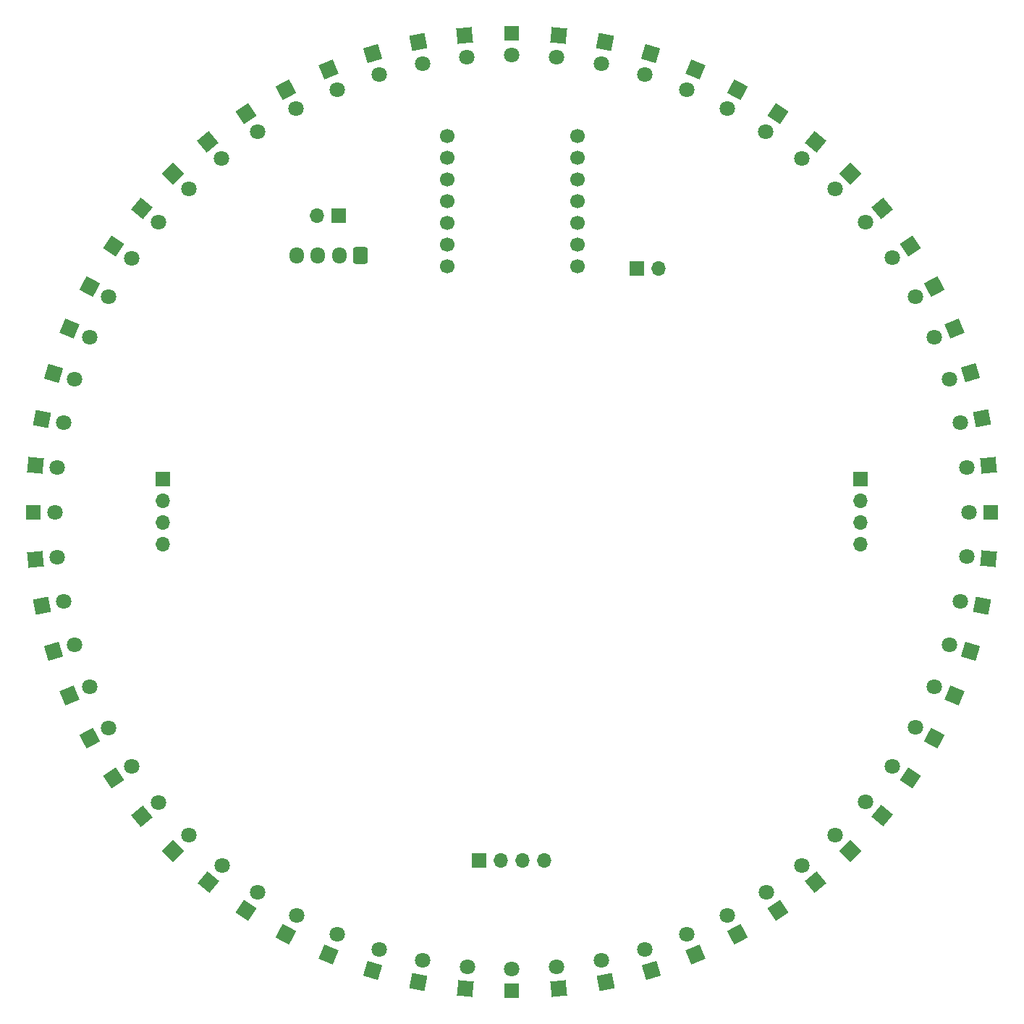
<source format=gbr>
%TF.GenerationSoftware,KiCad,Pcbnew,7.0.9*%
%TF.CreationDate,2025-05-05T21:09:02+09:00*%
%TF.ProjectId,LINE_Main,4c494e45-5f4d-4616-996e-2e6b69636164,rev?*%
%TF.SameCoordinates,Original*%
%TF.FileFunction,Soldermask,Bot*%
%TF.FilePolarity,Negative*%
%FSLAX46Y46*%
G04 Gerber Fmt 4.6, Leading zero omitted, Abs format (unit mm)*
G04 Created by KiCad (PCBNEW 7.0.9) date 2025-05-05 21:09:02*
%MOMM*%
%LPD*%
G01*
G04 APERTURE LIST*
G04 Aperture macros list*
%AMRoundRect*
0 Rectangle with rounded corners*
0 $1 Rounding radius*
0 $2 $3 $4 $5 $6 $7 $8 $9 X,Y pos of 4 corners*
0 Add a 4 corners polygon primitive as box body*
4,1,4,$2,$3,$4,$5,$6,$7,$8,$9,$2,$3,0*
0 Add four circle primitives for the rounded corners*
1,1,$1+$1,$2,$3*
1,1,$1+$1,$4,$5*
1,1,$1+$1,$6,$7*
1,1,$1+$1,$8,$9*
0 Add four rect primitives between the rounded corners*
20,1,$1+$1,$2,$3,$4,$5,0*
20,1,$1+$1,$4,$5,$6,$7,0*
20,1,$1+$1,$6,$7,$8,$9,0*
20,1,$1+$1,$8,$9,$2,$3,0*%
%AMRotRect*
0 Rectangle, with rotation*
0 The origin of the aperture is its center*
0 $1 length*
0 $2 width*
0 $3 Rotation angle, in degrees counterclockwise*
0 Add horizontal line*
21,1,$1,$2,0,0,$3*%
G04 Aperture macros list end*
%ADD10RotRect,1.800000X1.800000X112.500000*%
%ADD11C,1.800000*%
%ADD12RotRect,1.800000X1.800000X185.625000*%
%ADD13RotRect,1.800000X1.800000X95.625000*%
%ADD14RotRect,1.800000X1.800000X33.750000*%
%ADD15RotRect,1.800000X1.800000X174.375000*%
%ADD16RotRect,1.800000X1.800000X39.375000*%
%ADD17RotRect,1.800000X1.800000X247.500000*%
%ADD18RotRect,1.800000X1.800000X337.500000*%
%ADD19RotRect,1.800000X1.800000X157.500000*%
%ADD20RotRect,1.800000X1.800000X236.250000*%
%ADD21RotRect,1.800000X1.800000X264.375000*%
%ADD22RotRect,1.800000X1.800000X275.625000*%
%ADD23RotRect,1.800000X1.800000X348.750000*%
%ADD24RotRect,1.800000X1.800000X45.000000*%
%ADD25RotRect,1.800000X1.800000X28.125000*%
%ADD26RotRect,1.800000X1.800000X331.875000*%
%ADD27RotRect,1.800000X1.800000X303.750000*%
%ADD28RotRect,1.800000X1.800000X202.500000*%
%ADD29RotRect,1.800000X1.800000X151.875000*%
%ADD30RotRect,1.800000X1.800000X146.250000*%
%ADD31R,1.800000X1.800000*%
%ADD32RotRect,1.800000X1.800000X16.875000*%
%ADD33RotRect,1.800000X1.800000X129.375000*%
%ADD34RotRect,1.800000X1.800000X50.625000*%
%ADD35RotRect,1.800000X1.800000X61.875000*%
%ADD36RotRect,1.800000X1.800000X135.000000*%
%ADD37RotRect,1.800000X1.800000X309.375000*%
%ADD38RotRect,1.800000X1.800000X219.375000*%
%ADD39RotRect,1.800000X1.800000X315.000000*%
%ADD40RotRect,1.800000X1.800000X22.500000*%
%ADD41RotRect,1.800000X1.800000X140.625000*%
%ADD42RotRect,1.800000X1.800000X163.125000*%
%ADD43RotRect,1.800000X1.800000X196.875000*%
%ADD44RotRect,1.800000X1.800000X326.250000*%
%ADD45RotRect,1.800000X1.800000X118.125000*%
%ADD46RotRect,1.800000X1.800000X320.625000*%
%ADD47RotRect,1.800000X1.800000X168.750000*%
%ADD48RotRect,1.800000X1.800000X298.125000*%
%ADD49RotRect,1.800000X1.800000X208.125000*%
%ADD50RotRect,1.800000X1.800000X258.750000*%
%ADD51RotRect,1.800000X1.800000X225.000000*%
%ADD52RotRect,1.800000X1.800000X84.375000*%
%ADD53RotRect,1.800000X1.800000X78.750000*%
%ADD54RotRect,1.800000X1.800000X292.500000*%
%ADD55RotRect,1.800000X1.800000X11.250000*%
%ADD56RotRect,1.800000X1.800000X253.125000*%
%ADD57RotRect,1.800000X1.800000X67.500000*%
%ADD58RotRect,1.800000X1.800000X286.875000*%
%ADD59RotRect,1.800000X1.800000X73.125000*%
%ADD60RotRect,1.800000X1.800000X241.875000*%
%ADD61RotRect,1.800000X1.800000X106.875000*%
%ADD62RotRect,1.800000X1.800000X123.750000*%
%ADD63RotRect,1.800000X1.800000X343.125000*%
%ADD64RotRect,1.800000X1.800000X213.750000*%
%ADD65RotRect,1.800000X1.800000X354.375000*%
%ADD66RotRect,1.800000X1.800000X230.625000*%
%ADD67RotRect,1.800000X1.800000X5.625000*%
%ADD68RotRect,1.800000X1.800000X56.250000*%
%ADD69RotRect,1.800000X1.800000X101.250000*%
%ADD70RotRect,1.800000X1.800000X281.250000*%
%ADD71RotRect,1.800000X1.800000X191.250000*%
%ADD72R,1.700000X1.700000*%
%ADD73O,1.700000X1.700000*%
%ADD74C,1.700000*%
%ADD75RoundRect,0.250000X0.600000X0.725000X-0.600000X0.725000X-0.600000X-0.725000X0.600000X-0.725000X0*%
%ADD76O,1.700000X1.950000*%
G04 APERTURE END LIST*
D10*
%TO.C,D15*%
X198088710Y-146100036D03*
D11*
X197116694Y-143753382D03*
%TD*%
D12*
%TO.C,Q9*%
X232403632Y-88831719D03*
D11*
X229875863Y-89080683D03*
%TD*%
D13*
%TO.C,Q17*%
X182137478Y-150097874D03*
D11*
X181888514Y-147570105D03*
%TD*%
D14*
%TO.C,D22*%
X130048803Y-125470272D03*
D11*
X132160736Y-124059124D03*
%TD*%
D15*
%TO.C,Q10*%
X232405098Y-99816837D03*
D11*
X229877329Y-99567873D03*
%TD*%
D16*
%TO.C,Q22*%
X133325252Y-129886820D03*
D11*
X135288699Y-128275461D03*
%TD*%
D17*
%TO.C,D3*%
X198074893Y-42557680D03*
D11*
X197102877Y-44904334D03*
%TD*%
D18*
%TO.C,D27*%
X124863437Y-72894306D03*
D11*
X127210091Y-73866322D03*
%TD*%
D19*
%TO.C,D11*%
X228411517Y-115769135D03*
D11*
X226064863Y-114797119D03*
%TD*%
D20*
%TO.C,D4*%
X207763593Y-47734736D03*
D11*
X206352445Y-49846669D03*
%TD*%
D21*
%TO.C,Q2*%
X182122595Y-38564099D03*
D11*
X181873631Y-41091868D03*
%TD*%
D22*
%TO.C,Q1*%
X171137477Y-38565565D03*
D11*
X171386441Y-41093334D03*
%TD*%
D23*
%TO.C,D26*%
X121676029Y-83406834D03*
D11*
X124167224Y-83902363D03*
%TD*%
D24*
%TO.C,D21*%
X137018821Y-133960953D03*
D11*
X138814872Y-132164902D03*
%TD*%
D25*
%TO.C,Q23*%
X127221028Y-120753843D03*
D11*
X129461108Y-119556495D03*
%TD*%
D26*
%TO.C,Q28*%
X127213977Y-67922790D03*
D11*
X129454057Y-69120138D03*
%TD*%
D27*
%TO.C,D30*%
X145498925Y-47743047D03*
D11*
X146910073Y-49854980D03*
%TD*%
D28*
%TO.C,D7*%
X228405794Y-72880487D03*
D11*
X226059140Y-73852503D03*
%TD*%
D29*
%TO.C,Q12*%
X226060977Y-120740651D03*
D11*
X223820897Y-119543303D03*
%TD*%
D30*
%TO.C,D12*%
X223234461Y-125457835D03*
D11*
X221122528Y-124046687D03*
%TD*%
D31*
%TO.C,D1*%
X176630000Y-38295000D03*
D11*
X176630000Y-40835000D03*
%TD*%
D32*
%TO.C,Q24*%
X123015851Y-110605478D03*
D11*
X125446479Y-109868155D03*
%TD*%
D33*
%TO.C,Q14*%
X212192576Y-137643945D03*
D11*
X210581217Y-135680498D03*
%TD*%
D34*
%TO.C,Q21*%
X141093940Y-137653435D03*
D11*
X142705299Y-135689988D03*
%TD*%
D35*
%TO.C,Q20*%
X150228546Y-143755220D03*
D11*
X151425894Y-141515140D03*
%TD*%
D36*
%TO.C,D13*%
X216266709Y-133950376D03*
D11*
X214470658Y-132154325D03*
%TD*%
D37*
%TO.C,Q30*%
X141082378Y-51019492D03*
D11*
X142693737Y-52982939D03*
%TD*%
D38*
%TO.C,Q6*%
X219949703Y-58776621D03*
D11*
X217986256Y-60387980D03*
%TD*%
D39*
%TO.C,D29*%
X137008244Y-54713065D03*
D11*
X138804295Y-56509116D03*
%TD*%
D40*
%TO.C,D23*%
X124869161Y-115782954D03*
D11*
X127215815Y-114810938D03*
%TD*%
D41*
%TO.C,Q13*%
X219959191Y-129875257D03*
D11*
X217995744Y-128263898D03*
%TD*%
D42*
%TO.C,Q11*%
X230263445Y-110591165D03*
D11*
X227832817Y-109853842D03*
%TD*%
D31*
%TO.C,D9*%
X232674197Y-94324242D03*
D11*
X230134197Y-94324242D03*
%TD*%
D43*
%TO.C,Q8*%
X230259104Y-78057963D03*
D11*
X227828476Y-78795286D03*
%TD*%
D31*
%TO.C,D17*%
X176644955Y-150368439D03*
D11*
X176644955Y-147828439D03*
%TD*%
D44*
%TO.C,D28*%
X130040492Y-63205606D03*
D11*
X132152425Y-64616754D03*
%TD*%
D45*
%TO.C,Q15*%
X203059599Y-143748169D03*
D11*
X201862251Y-141508089D03*
%TD*%
D46*
%TO.C,Q29*%
X133315762Y-58788184D03*
D11*
X135279209Y-60399543D03*
%TD*%
D47*
%TO.C,D10*%
X231598926Y-105256607D03*
D11*
X229107731Y-104761078D03*
%TD*%
D48*
%TO.C,Q31*%
X150215356Y-44915269D03*
D11*
X151412704Y-47155349D03*
%TD*%
D49*
%TO.C,Q7*%
X226053927Y-67909598D03*
D11*
X223813847Y-69106946D03*
%TD*%
D50*
%TO.C,D2*%
X187562365Y-39370271D03*
D11*
X187066836Y-41861466D03*
%TD*%
D51*
%TO.C,D5*%
X216256134Y-54702488D03*
D11*
X214460083Y-56498539D03*
%TD*%
D52*
%TO.C,Q18*%
X171152360Y-150099340D03*
D11*
X171401324Y-147571571D03*
%TD*%
D53*
%TO.C,D18*%
X165712590Y-149293168D03*
D11*
X166208119Y-146801973D03*
%TD*%
D54*
%TO.C,D31*%
X155186243Y-42563405D03*
D11*
X156158259Y-44910059D03*
%TD*%
D55*
%TO.C,D24*%
X121678947Y-105271277D03*
D11*
X124170142Y-104775748D03*
%TD*%
D56*
%TO.C,Q3*%
X192896923Y-40705752D03*
D11*
X192159600Y-43136380D03*
%TD*%
D57*
%TO.C,D19*%
X155200062Y-146105760D03*
D11*
X156172078Y-143759106D03*
%TD*%
D31*
%TO.C,D25*%
X120600758Y-94339199D03*
D11*
X123140758Y-94339199D03*
%TD*%
D58*
%TO.C,Q32*%
X160363722Y-40710093D03*
D11*
X161101045Y-43140721D03*
%TD*%
D59*
%TO.C,Q19*%
X160378032Y-147957688D03*
D11*
X161115355Y-145527060D03*
%TD*%
D60*
%TO.C,Q4*%
X203046409Y-44908220D03*
D11*
X201849061Y-47148300D03*
%TD*%
D61*
%TO.C,Q16*%
X192911234Y-147953346D03*
D11*
X192173911Y-145522718D03*
%TD*%
D62*
%TO.C,D14*%
X207776028Y-140920394D03*
D11*
X206364880Y-138808461D03*
%TD*%
D63*
%TO.C,Q27*%
X123011509Y-78072276D03*
D11*
X125442137Y-78809599D03*
%TD*%
D64*
%TO.C,D6*%
X223226152Y-63193169D03*
D11*
X221114219Y-64604317D03*
%TD*%
D65*
%TO.C,Q26*%
X120869857Y-88846604D03*
D11*
X123397626Y-89095568D03*
%TD*%
D66*
%TO.C,Q5*%
X212181015Y-51010006D03*
D11*
X210569656Y-52973453D03*
%TD*%
D67*
%TO.C,Q25*%
X120871323Y-99831722D03*
D11*
X123399092Y-99582758D03*
%TD*%
D68*
%TO.C,D20*%
X145511362Y-140928705D03*
D11*
X146922510Y-138816772D03*
%TD*%
D69*
%TO.C,D16*%
X187577033Y-149290250D03*
D11*
X187081504Y-146799055D03*
%TD*%
D70*
%TO.C,D32*%
X165697920Y-39373191D03*
D11*
X166193449Y-41864386D03*
%TD*%
D71*
%TO.C,D8*%
X231596008Y-83392164D03*
D11*
X229104813Y-83887693D03*
%TD*%
D72*
%TO.C,J4*%
X217450000Y-90480000D03*
D73*
X217450000Y-93020000D03*
X217450000Y-95560000D03*
X217450000Y-98100000D03*
%TD*%
D72*
%TO.C,C2*%
X191260000Y-65830000D03*
D73*
X193800000Y-65830000D03*
%TD*%
D72*
%TO.C,C1*%
X156330000Y-59660000D03*
D73*
X153790000Y-59660000D03*
%TD*%
D72*
%TO.C,J3*%
X135760000Y-90430000D03*
D73*
X135760000Y-92970000D03*
X135760000Y-95510000D03*
X135760000Y-98050000D03*
%TD*%
D74*
%TO.C,U2*%
X169060000Y-65550000D03*
X169060000Y-63010000D03*
X169060000Y-60470000D03*
X169060000Y-57930000D03*
X169060000Y-55390000D03*
X169060000Y-52850000D03*
X169060000Y-50310000D03*
X184300000Y-50310000D03*
X184300000Y-52850000D03*
X184300000Y-55390000D03*
X184300000Y-57930000D03*
X184300000Y-60470000D03*
X184300000Y-63010000D03*
X184300000Y-65550000D03*
%TD*%
D75*
%TO.C,J1*%
X158950000Y-64310000D03*
D76*
X156450000Y-64310000D03*
X153950000Y-64310000D03*
X151450000Y-64310000D03*
%TD*%
D72*
%TO.C,J2*%
X172790000Y-135100000D03*
D73*
X175330000Y-135100000D03*
X177870000Y-135100000D03*
X180410000Y-135100000D03*
%TD*%
M02*

</source>
